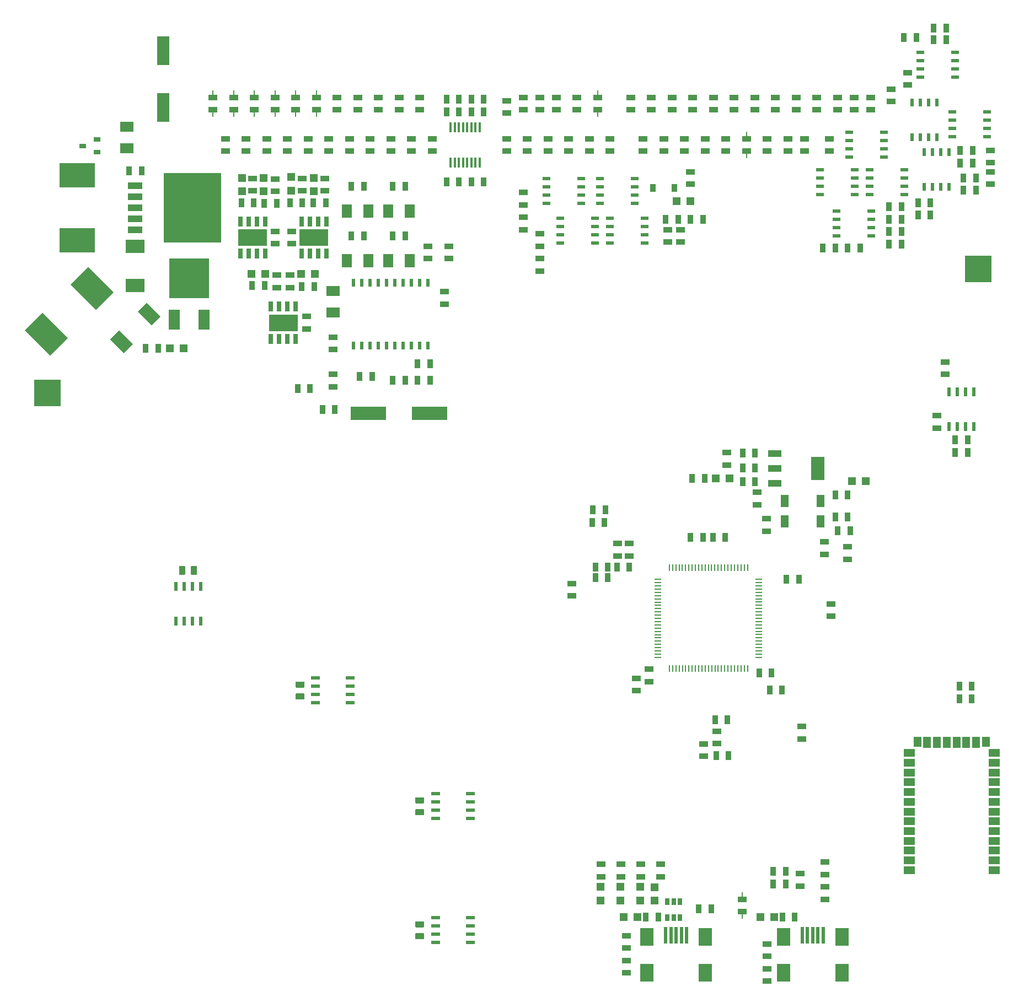
<source format=gtp>
G04 (created by PCBNEW (2013-07-07 BZR 4022)-stable) date 10/09/2014 21:54:22*
%MOIN*%
G04 Gerber Fmt 3.4, Leading zero omitted, Abs format*
%FSLAX34Y34*%
G01*
G70*
G90*
G04 APERTURE LIST*
%ADD10C,0.00393701*%
%ADD11R,0.04X0.01*%
%ADD12R,0.01X0.04*%
%ADD13R,0.0177X0.059*%
%ADD14R,0.055X0.035*%
%ADD15R,0.008X0.06*%
%ADD16R,0.035X0.055*%
%ADD17R,0.0472X0.0472*%
%ADD18R,0.08X0.144*%
%ADD19R,0.08X0.04*%
%ADD20R,0.0275591X0.0393701*%
%ADD21R,0.16X0.16*%
%ADD22R,0.1181X0.0787*%
%ADD23R,0.2165X0.1516*%
%ADD24R,0.09X0.042*%
%ADD25R,0.35X0.42*%
%ADD26R,0.065X0.12*%
%ADD27R,0.24X0.24*%
%ADD28R,0.0748X0.1732*%
%ADD29R,0.08X0.06*%
%ADD30R,0.0394X0.0315*%
%ADD31R,0.06X0.08*%
%ADD32R,0.2165X0.0787*%
%ADD33R,0.02X0.05*%
%ADD34R,0.045X0.02*%
%ADD35R,0.02X0.045*%
%ADD36R,0.038X0.05*%
%ADD37R,0.0236X0.0551*%
%ADD38R,0.175X0.1*%
%ADD39R,0.03X0.06*%
%ADD40R,0.02X0.1*%
%ADD41R,0.0787402X0.11*%
%ADD42R,0.0669X0.0472*%
%ADD43R,0.0472X0.0629*%
%ADD44R,0.0472X0.0669*%
%ADD45R,0.0551X0.0236*%
%ADD46R,0.045X0.025*%
%ADD47R,0.025X0.045*%
%ADD48R,0.0511811X0.0748031*%
G04 APERTURE END LIST*
G54D10*
G54D11*
X87750Y-54274D03*
X87750Y-58994D03*
X87750Y-58794D03*
X87750Y-58604D03*
X87750Y-58404D03*
X87750Y-58204D03*
X87750Y-58014D03*
X87750Y-57814D03*
X87750Y-57614D03*
X87750Y-57424D03*
X87750Y-57224D03*
X87750Y-57024D03*
X87750Y-56824D03*
X87750Y-56634D03*
X87750Y-56434D03*
X87750Y-56234D03*
X87750Y-56044D03*
X87750Y-55844D03*
X87750Y-55644D03*
X87750Y-55454D03*
X87750Y-55254D03*
X87750Y-55054D03*
X87750Y-54864D03*
X87750Y-54664D03*
X87750Y-54464D03*
G54D12*
X87060Y-59684D03*
X82340Y-59684D03*
X82540Y-59684D03*
X82730Y-59684D03*
X82930Y-59684D03*
X83130Y-59684D03*
X83320Y-59684D03*
X83520Y-59684D03*
X83720Y-59684D03*
X83910Y-59684D03*
X84110Y-59684D03*
X84310Y-59684D03*
X84510Y-59684D03*
X84700Y-59684D03*
X84900Y-59684D03*
X85100Y-59684D03*
X85290Y-59684D03*
X85490Y-59684D03*
X85690Y-59684D03*
X85880Y-59684D03*
X86080Y-59684D03*
X86280Y-59684D03*
X86470Y-59684D03*
X86670Y-59684D03*
X86870Y-59684D03*
X87060Y-53584D03*
X86860Y-53584D03*
X86670Y-53584D03*
X86470Y-53584D03*
X86270Y-53584D03*
X86080Y-53584D03*
X85880Y-53584D03*
X85680Y-53584D03*
X85490Y-53584D03*
X85290Y-53584D03*
X85090Y-53584D03*
X84890Y-53584D03*
X84700Y-53584D03*
X84500Y-53584D03*
X84300Y-53584D03*
X84110Y-53584D03*
X83910Y-53584D03*
X83710Y-53584D03*
X83520Y-53584D03*
X83320Y-53584D03*
X83120Y-53584D03*
X82930Y-53584D03*
X82730Y-53584D03*
X82530Y-53584D03*
X82340Y-53584D03*
G54D11*
X81650Y-54274D03*
X81650Y-54474D03*
X81650Y-54664D03*
X81650Y-54864D03*
X81650Y-55064D03*
X81650Y-55254D03*
X81650Y-55454D03*
X81650Y-55654D03*
X81650Y-55844D03*
X81650Y-56044D03*
X81650Y-56244D03*
X81650Y-56444D03*
X81650Y-56634D03*
X81650Y-56834D03*
X81650Y-57034D03*
X81650Y-57224D03*
X81650Y-57424D03*
X81650Y-57624D03*
X81650Y-57814D03*
X81650Y-58014D03*
X81650Y-58214D03*
X81650Y-58404D03*
X81650Y-58604D03*
X81650Y-58804D03*
X81650Y-58994D03*
G54D13*
X69125Y-29059D03*
X69375Y-29059D03*
X69625Y-29059D03*
X69875Y-29059D03*
X70125Y-29059D03*
X70375Y-29059D03*
X70625Y-29059D03*
X70875Y-29059D03*
X70875Y-26941D03*
X70625Y-26941D03*
X70375Y-26941D03*
X70125Y-26941D03*
X69875Y-26941D03*
X69625Y-26941D03*
X69375Y-26941D03*
X69125Y-26941D03*
G54D14*
X78000Y-25875D03*
X78000Y-25125D03*
G54D15*
X78000Y-25000D03*
X78000Y-26000D03*
G54D14*
X61000Y-25875D03*
X61000Y-25125D03*
G54D15*
X61000Y-25000D03*
X61000Y-26000D03*
G54D14*
X59750Y-25875D03*
X59750Y-25125D03*
G54D15*
X59750Y-25000D03*
X59750Y-26000D03*
G54D14*
X58500Y-25875D03*
X58500Y-25125D03*
G54D15*
X58500Y-25000D03*
X58500Y-26000D03*
G54D14*
X57250Y-25875D03*
X57250Y-25125D03*
G54D15*
X57250Y-25000D03*
X57250Y-26000D03*
G54D14*
X54750Y-25875D03*
X54750Y-25125D03*
G54D15*
X54750Y-26000D03*
X54750Y-25000D03*
G54D14*
X56000Y-25875D03*
X56000Y-25125D03*
G54D15*
X56000Y-26000D03*
X56000Y-25000D03*
G54D14*
X87000Y-28375D03*
X87000Y-27625D03*
G54D15*
X87000Y-28500D03*
X87000Y-27500D03*
G54D14*
X75500Y-25875D03*
X75500Y-25125D03*
X77500Y-28375D03*
X77500Y-27625D03*
X76750Y-25875D03*
X76750Y-25125D03*
X78750Y-28375D03*
X78750Y-27625D03*
X80750Y-28375D03*
X80750Y-27625D03*
X80000Y-25875D03*
X80000Y-25125D03*
X82000Y-28375D03*
X82000Y-27625D03*
X81250Y-25875D03*
X81250Y-25125D03*
X83250Y-28375D03*
X83250Y-27625D03*
X82500Y-25875D03*
X82500Y-25125D03*
X84500Y-28375D03*
X84500Y-27625D03*
X83750Y-25875D03*
X83750Y-25125D03*
X85750Y-28375D03*
X85750Y-27625D03*
X85000Y-25875D03*
X85000Y-25125D03*
X76250Y-28375D03*
X76250Y-27625D03*
X86250Y-25875D03*
X86250Y-25125D03*
X88250Y-28375D03*
X88250Y-27625D03*
X87500Y-25875D03*
X87500Y-25125D03*
X89500Y-28375D03*
X89500Y-27625D03*
X88750Y-25875D03*
X88750Y-25125D03*
X90500Y-28375D03*
X90500Y-27625D03*
X90000Y-25875D03*
X90000Y-25125D03*
X92000Y-28375D03*
X92000Y-27625D03*
X91250Y-25875D03*
X91250Y-25125D03*
X93500Y-25875D03*
X93500Y-25125D03*
X92500Y-25875D03*
X92500Y-25125D03*
X95750Y-25375D03*
X95750Y-24625D03*
X94500Y-25875D03*
X94500Y-25125D03*
X96750Y-24375D03*
X96750Y-23625D03*
G54D16*
X97275Y-21500D03*
X96525Y-21500D03*
G54D14*
X65500Y-28375D03*
X65500Y-27625D03*
X56750Y-28375D03*
X56750Y-27625D03*
X58000Y-28375D03*
X58000Y-27625D03*
X59250Y-28375D03*
X59250Y-27625D03*
X60500Y-28375D03*
X60500Y-27625D03*
X61750Y-28375D03*
X61750Y-27625D03*
X63000Y-28375D03*
X63000Y-27625D03*
X62250Y-25875D03*
X62250Y-25125D03*
X64250Y-28375D03*
X64250Y-27625D03*
X63500Y-25875D03*
X63500Y-25125D03*
X55500Y-28375D03*
X55500Y-27625D03*
X64750Y-25875D03*
X64750Y-25125D03*
X66750Y-28375D03*
X66750Y-27625D03*
X66000Y-25875D03*
X66000Y-25125D03*
X68000Y-28375D03*
X68000Y-27625D03*
X67250Y-25875D03*
X67250Y-25125D03*
X72500Y-28375D03*
X72500Y-27625D03*
X72500Y-26075D03*
X72500Y-25325D03*
X90350Y-63934D03*
X90350Y-63184D03*
G54D16*
X84975Y-51734D03*
X85725Y-51734D03*
X84375Y-51734D03*
X83625Y-51734D03*
G54D14*
X84425Y-64984D03*
X84425Y-64234D03*
G54D16*
X77875Y-53534D03*
X78625Y-53534D03*
X77875Y-54184D03*
X78625Y-54184D03*
G54D14*
X79200Y-52109D03*
X79200Y-52859D03*
X79900Y-52109D03*
X79900Y-52859D03*
X87650Y-49759D03*
X87650Y-49009D03*
G54D16*
X78475Y-50084D03*
X77725Y-50084D03*
X83725Y-48184D03*
X84475Y-48184D03*
G54D14*
X81100Y-60459D03*
X81100Y-59709D03*
G54D16*
X88525Y-59934D03*
X87775Y-59934D03*
X90175Y-54284D03*
X89425Y-54284D03*
G54D14*
X80350Y-60259D03*
X80350Y-61009D03*
X93100Y-53059D03*
X93100Y-52309D03*
G54D16*
X88400Y-60959D03*
X89150Y-60959D03*
X86775Y-48384D03*
X87525Y-48384D03*
X87525Y-47534D03*
X86775Y-47534D03*
G54D17*
X85137Y-48184D03*
X85963Y-48184D03*
G54D16*
X78425Y-50834D03*
X77675Y-50834D03*
X85100Y-62759D03*
X85850Y-62759D03*
G54D14*
X85200Y-64209D03*
X85200Y-63459D03*
G54D16*
X85175Y-64934D03*
X85925Y-64934D03*
G54D14*
X92125Y-55759D03*
X92125Y-56509D03*
X76450Y-54525D03*
X76450Y-55275D03*
X78200Y-72259D03*
X78200Y-71509D03*
X79400Y-72259D03*
X79400Y-71509D03*
X80600Y-72259D03*
X80600Y-71509D03*
X81800Y-72259D03*
X81800Y-71509D03*
G54D16*
X79925Y-53534D03*
X79175Y-53534D03*
G54D14*
X85800Y-47359D03*
X85800Y-46609D03*
G54D16*
X80925Y-74700D03*
X81675Y-74700D03*
X93125Y-49184D03*
X92375Y-49184D03*
G54D18*
X91300Y-47584D03*
G54D19*
X88700Y-47584D03*
X88700Y-48484D03*
X88700Y-46684D03*
G54D14*
X79750Y-76575D03*
X79750Y-75825D03*
X79750Y-77325D03*
X79750Y-78075D03*
X91700Y-52759D03*
X91700Y-52009D03*
X88200Y-51359D03*
X88200Y-50609D03*
G54D20*
X82974Y-73777D03*
X82600Y-73777D03*
X82225Y-73777D03*
X82225Y-74722D03*
X82600Y-74722D03*
X82974Y-74722D03*
G54D21*
X101000Y-35500D03*
G54D17*
X80590Y-72871D03*
X80590Y-73697D03*
X78190Y-72871D03*
X78190Y-73697D03*
X79390Y-72871D03*
X79390Y-73697D03*
X81450Y-72887D03*
X81450Y-73713D03*
X80413Y-74700D03*
X79587Y-74700D03*
X93377Y-48324D03*
X94203Y-48324D03*
G54D16*
X84125Y-74200D03*
X84875Y-74200D03*
X86775Y-46624D03*
X87525Y-46624D03*
X92515Y-51324D03*
X93265Y-51324D03*
X92375Y-50504D03*
X93125Y-50504D03*
X69625Y-26000D03*
X68875Y-26000D03*
X71125Y-26000D03*
X70375Y-26000D03*
X69625Y-25250D03*
X68875Y-25250D03*
X71125Y-25250D03*
X70375Y-25250D03*
X68875Y-30250D03*
X69625Y-30250D03*
X70375Y-30250D03*
X71125Y-30250D03*
G54D22*
X50056Y-36491D03*
X50056Y-34129D03*
G54D10*
G36*
X49360Y-40590D02*
X48525Y-39755D01*
X49081Y-39199D01*
X49916Y-40034D01*
X49360Y-40590D01*
X49360Y-40590D01*
G37*
G36*
X51030Y-38920D02*
X50195Y-38085D01*
X50751Y-37529D01*
X51586Y-38364D01*
X51030Y-38920D01*
X51030Y-38920D01*
G37*
G54D23*
X46556Y-29851D03*
X46556Y-33769D03*
G54D10*
G36*
X47211Y-35373D02*
X48742Y-36904D01*
X47670Y-37976D01*
X46139Y-36445D01*
X47211Y-35373D01*
X47211Y-35373D01*
G37*
G36*
X44441Y-38143D02*
X45972Y-39674D01*
X44900Y-40746D01*
X43369Y-39215D01*
X44441Y-38143D01*
X44441Y-38143D01*
G37*
G54D16*
X50681Y-40310D03*
X51431Y-40310D03*
G54D17*
X52143Y-40310D03*
X52969Y-40310D03*
G54D24*
X50056Y-30470D03*
G54D25*
X53506Y-31810D03*
G54D24*
X50056Y-31810D03*
X50056Y-31140D03*
X50056Y-32480D03*
X50056Y-33150D03*
G54D26*
X52406Y-38560D03*
G54D27*
X53306Y-36060D03*
G54D26*
X54206Y-38560D03*
G54D28*
X51750Y-25732D03*
X51750Y-22307D03*
G54D16*
X49681Y-29560D03*
X50431Y-29560D03*
G54D29*
X49556Y-28210D03*
X49556Y-26910D03*
G54D30*
X46873Y-28060D03*
X47739Y-27685D03*
X47739Y-28435D03*
G54D29*
X62000Y-38150D03*
X62000Y-36850D03*
G54D31*
X65350Y-35000D03*
X66650Y-35000D03*
X64150Y-35000D03*
X62850Y-35000D03*
X62850Y-32000D03*
X64150Y-32000D03*
X66650Y-32000D03*
X65350Y-32000D03*
G54D16*
X67875Y-42250D03*
X67125Y-42250D03*
X65625Y-42250D03*
X66375Y-42250D03*
G54D32*
X64150Y-44250D03*
X67850Y-44250D03*
G54D33*
X67750Y-36350D03*
X67250Y-36350D03*
X66750Y-36350D03*
X66250Y-36350D03*
X65750Y-36350D03*
X65250Y-36350D03*
X64750Y-36350D03*
X64250Y-36350D03*
X63750Y-36350D03*
X63250Y-36350D03*
X63250Y-40150D03*
X63750Y-40150D03*
X64250Y-40150D03*
X64750Y-40150D03*
X65250Y-40150D03*
X65750Y-40150D03*
X66250Y-40150D03*
X66750Y-40150D03*
X67250Y-40150D03*
X67750Y-40150D03*
G54D14*
X88250Y-76325D03*
X88250Y-77075D03*
G54D16*
X88625Y-71950D03*
X89375Y-71950D03*
X89375Y-72700D03*
X88625Y-72700D03*
G54D14*
X90250Y-72075D03*
X90250Y-72825D03*
X88250Y-77825D03*
X88250Y-78575D03*
G54D16*
X89925Y-74700D03*
X89175Y-74700D03*
X100625Y-60750D03*
X99875Y-60750D03*
X99875Y-61500D03*
X100625Y-61500D03*
G54D17*
X88663Y-74700D03*
X87837Y-74700D03*
G54D14*
X83000Y-33125D03*
X83000Y-33875D03*
G54D16*
X83625Y-32500D03*
X84375Y-32500D03*
G54D14*
X73500Y-32375D03*
X73500Y-33125D03*
X74500Y-34875D03*
X74500Y-35625D03*
G54D16*
X95625Y-34000D03*
X96375Y-34000D03*
X92375Y-34250D03*
X91625Y-34250D03*
X96375Y-33250D03*
X95625Y-33250D03*
X93875Y-34250D03*
X93125Y-34250D03*
G54D14*
X73500Y-30875D03*
X73500Y-31625D03*
X74500Y-33375D03*
X74500Y-34125D03*
G54D16*
X82125Y-32500D03*
X82875Y-32500D03*
G54D14*
X82250Y-33875D03*
X82250Y-33125D03*
G54D34*
X92450Y-33500D03*
X94550Y-33500D03*
X92450Y-33000D03*
X92450Y-32500D03*
X92450Y-32000D03*
X94550Y-33000D03*
X94550Y-32500D03*
X94550Y-32000D03*
X91450Y-31000D03*
X93550Y-31000D03*
X91450Y-30500D03*
X91450Y-30000D03*
X91450Y-29500D03*
X93550Y-30500D03*
X93550Y-30000D03*
X93550Y-29500D03*
X77000Y-30050D03*
X74900Y-30050D03*
X77000Y-30550D03*
X77000Y-31050D03*
X77000Y-31550D03*
X74900Y-30550D03*
X74900Y-31050D03*
X74900Y-31550D03*
X78150Y-31550D03*
X80250Y-31550D03*
X78150Y-31050D03*
X78150Y-30550D03*
X78150Y-30050D03*
X80250Y-31050D03*
X80250Y-30550D03*
X80250Y-30050D03*
X78750Y-33950D03*
X80850Y-33950D03*
X78750Y-33450D03*
X78750Y-32950D03*
X78750Y-32450D03*
X80850Y-33450D03*
X80850Y-32950D03*
X80850Y-32450D03*
X77850Y-32450D03*
X75750Y-32450D03*
X77850Y-32950D03*
X77850Y-33450D03*
X77850Y-33950D03*
X75750Y-32950D03*
X75750Y-33450D03*
X75750Y-33950D03*
G54D35*
X97000Y-25450D03*
X97000Y-27550D03*
X97500Y-25450D03*
X98000Y-25450D03*
X98500Y-25450D03*
X97500Y-27550D03*
X98000Y-27550D03*
X98500Y-27550D03*
G54D34*
X97500Y-23900D03*
X99600Y-23900D03*
X97500Y-23400D03*
X97500Y-22900D03*
X97500Y-22400D03*
X99600Y-23400D03*
X99600Y-22900D03*
X99600Y-22400D03*
X99450Y-27500D03*
X101550Y-27500D03*
X99450Y-27000D03*
X99450Y-26500D03*
X99450Y-26000D03*
X101550Y-27000D03*
X101550Y-26500D03*
X101550Y-26000D03*
G54D35*
X97750Y-28450D03*
X97750Y-30550D03*
X98250Y-28450D03*
X98750Y-28450D03*
X99250Y-28450D03*
X98250Y-30550D03*
X98750Y-30550D03*
X99250Y-30550D03*
G54D34*
X94450Y-31000D03*
X96550Y-31000D03*
X94450Y-30500D03*
X94450Y-30000D03*
X94450Y-29500D03*
X96550Y-30500D03*
X96550Y-30000D03*
X96550Y-29500D03*
X93200Y-28750D03*
X95300Y-28750D03*
X93200Y-28250D03*
X93200Y-27750D03*
X93200Y-27250D03*
X95300Y-28250D03*
X95300Y-27750D03*
X95300Y-27250D03*
G54D16*
X99075Y-20950D03*
X98325Y-20950D03*
G54D14*
X101750Y-28325D03*
X101750Y-29075D03*
G54D16*
X100675Y-28350D03*
X99925Y-28350D03*
X100875Y-30000D03*
X100125Y-30000D03*
X98125Y-31500D03*
X97375Y-31500D03*
X96375Y-31750D03*
X95625Y-31750D03*
G54D36*
X82640Y-30610D03*
X81350Y-30610D03*
G54D14*
X83600Y-29625D03*
X83600Y-30375D03*
G54D16*
X97375Y-32250D03*
X98125Y-32250D03*
X95625Y-32500D03*
X96375Y-32500D03*
X99925Y-29100D03*
X100675Y-29100D03*
X100125Y-30750D03*
X100875Y-30750D03*
G54D14*
X101750Y-29625D03*
X101750Y-30375D03*
G54D16*
X98325Y-21650D03*
X99075Y-21650D03*
G54D17*
X83613Y-31400D03*
X82787Y-31400D03*
G54D16*
X99625Y-46600D03*
X100375Y-46600D03*
X100375Y-45850D03*
X99625Y-45850D03*
G54D14*
X98500Y-44375D03*
X98500Y-45125D03*
G54D37*
X99250Y-42950D03*
X99250Y-45050D03*
X99750Y-42950D03*
X100250Y-42950D03*
X100750Y-42950D03*
X99750Y-45050D03*
X100250Y-45050D03*
X100750Y-45050D03*
G54D14*
X99000Y-41125D03*
X99000Y-41875D03*
G54D38*
X59000Y-38755D03*
G54D39*
X59750Y-37780D03*
X59250Y-37780D03*
X58750Y-37780D03*
X58250Y-37780D03*
X59750Y-39730D03*
X59250Y-39730D03*
X58750Y-39730D03*
X58250Y-39730D03*
G54D38*
X60850Y-33605D03*
G54D39*
X61600Y-32630D03*
X61100Y-32630D03*
X60600Y-32630D03*
X60100Y-32630D03*
X61600Y-34580D03*
X61100Y-34580D03*
X60600Y-34580D03*
X60100Y-34580D03*
G54D38*
X57150Y-33605D03*
G54D39*
X57900Y-32630D03*
X57400Y-32630D03*
X56900Y-32630D03*
X56400Y-32630D03*
X57900Y-34580D03*
X57400Y-34580D03*
X56900Y-34580D03*
X56400Y-34580D03*
G54D16*
X60875Y-36555D03*
X60125Y-36555D03*
G54D14*
X59400Y-35880D03*
X59400Y-36630D03*
G54D16*
X59400Y-31505D03*
X60150Y-31505D03*
X57850Y-31530D03*
X58600Y-31530D03*
G54D14*
X58500Y-30055D03*
X58500Y-30805D03*
X59500Y-33980D03*
X59500Y-33230D03*
X57150Y-30030D03*
X57150Y-30780D03*
G54D16*
X56475Y-31505D03*
X57225Y-31505D03*
G54D14*
X58600Y-35880D03*
X58600Y-36630D03*
G54D16*
X57125Y-36505D03*
X57875Y-36505D03*
G54D14*
X58500Y-33980D03*
X58500Y-33230D03*
X60150Y-30030D03*
X60150Y-30780D03*
X60400Y-39130D03*
X60400Y-38380D03*
X61500Y-30030D03*
X61500Y-30780D03*
G54D16*
X60825Y-31505D03*
X61575Y-31505D03*
G54D17*
X60913Y-35805D03*
X60087Y-35805D03*
X59475Y-30768D03*
X59475Y-29942D03*
X57825Y-30818D03*
X57825Y-29992D03*
X56500Y-30818D03*
X56500Y-29992D03*
X60850Y-30818D03*
X60850Y-29992D03*
X57087Y-35805D03*
X57913Y-35805D03*
G54D14*
X74500Y-25875D03*
X74500Y-25125D03*
X75000Y-28375D03*
X75000Y-27625D03*
X73500Y-25875D03*
X73500Y-25125D03*
X73750Y-28375D03*
X73750Y-27625D03*
G54D40*
X82120Y-75800D03*
X82435Y-75800D03*
X82750Y-75800D03*
X83064Y-75800D03*
X83379Y-75800D03*
G54D41*
X80978Y-78081D03*
X84521Y-78081D03*
X80978Y-75915D03*
X84521Y-75915D03*
G54D40*
X90370Y-75800D03*
X90685Y-75800D03*
X91000Y-75800D03*
X91314Y-75800D03*
X91629Y-75800D03*
G54D41*
X89228Y-78081D03*
X92771Y-78081D03*
X89228Y-75915D03*
X92771Y-75915D03*
G54D42*
X101959Y-65957D03*
X101959Y-65366D03*
X101959Y-64776D03*
X101959Y-66547D03*
X101959Y-67138D03*
X101959Y-67728D03*
X101959Y-68319D03*
X101959Y-68909D03*
X101959Y-69500D03*
X101959Y-70091D03*
X101959Y-70681D03*
X101959Y-71272D03*
X101959Y-71862D03*
G54D43*
X101467Y-64108D03*
G54D44*
X100875Y-64126D03*
X100285Y-64126D03*
X99695Y-64126D03*
X99105Y-64126D03*
X98515Y-64126D03*
X97925Y-64126D03*
G54D43*
X97335Y-64107D03*
G54D42*
X96841Y-64776D03*
X96841Y-65366D03*
X96841Y-65958D03*
X96841Y-66547D03*
X96841Y-67138D03*
X96841Y-67728D03*
X96841Y-68319D03*
X96841Y-68909D03*
X96841Y-69500D03*
X96841Y-70091D03*
X96841Y-70681D03*
X96841Y-71272D03*
X96841Y-71862D03*
G54D45*
X70300Y-74750D03*
X68200Y-74750D03*
X70300Y-75250D03*
X70300Y-75750D03*
X70300Y-76250D03*
X68200Y-75250D03*
X68200Y-75750D03*
X68200Y-76250D03*
G54D14*
X67250Y-75125D03*
X67250Y-75875D03*
G54D46*
X67250Y-75200D03*
X67250Y-75800D03*
G54D45*
X70300Y-67250D03*
X68200Y-67250D03*
X70300Y-67750D03*
X70300Y-68250D03*
X70300Y-68750D03*
X68200Y-67750D03*
X68200Y-68250D03*
X68200Y-68750D03*
G54D14*
X67250Y-67625D03*
X67250Y-68375D03*
G54D46*
X67250Y-67700D03*
X67250Y-68300D03*
G54D45*
X63050Y-60250D03*
X60950Y-60250D03*
X63050Y-60750D03*
X63050Y-61250D03*
X63050Y-61750D03*
X60950Y-60750D03*
X60950Y-61250D03*
X60950Y-61750D03*
G54D14*
X60000Y-60625D03*
X60000Y-61375D03*
G54D46*
X60000Y-60700D03*
X60000Y-61300D03*
G54D37*
X54000Y-56800D03*
X54000Y-54700D03*
X53500Y-56800D03*
X53000Y-56800D03*
X52500Y-56800D03*
X53500Y-54700D03*
X53000Y-54700D03*
X52500Y-54700D03*
G54D16*
X53625Y-53750D03*
X52875Y-53750D03*
G54D47*
X53550Y-53750D03*
X52950Y-53750D03*
G54D48*
X89317Y-50779D03*
X91482Y-50779D03*
X91482Y-49520D03*
X89317Y-49520D03*
G54D21*
X44750Y-43000D03*
G54D15*
X86750Y-73500D03*
G54D14*
X86750Y-74375D03*
X86750Y-73625D03*
G54D15*
X86750Y-74500D03*
G54D14*
X68750Y-37625D03*
X68750Y-36875D03*
X67750Y-34125D03*
X67750Y-34875D03*
X62000Y-42625D03*
X62000Y-41875D03*
X69000Y-34125D03*
X69000Y-34875D03*
G54D16*
X67875Y-41250D03*
X67125Y-41250D03*
G54D14*
X62000Y-40375D03*
X62000Y-39625D03*
G54D16*
X65625Y-33500D03*
X66375Y-33500D03*
X63125Y-30500D03*
X63875Y-30500D03*
X66375Y-30500D03*
X65625Y-30500D03*
X62125Y-44000D03*
X61375Y-44000D03*
X60625Y-42750D03*
X59875Y-42750D03*
X63875Y-33500D03*
X63125Y-33500D03*
X63625Y-42000D03*
X64375Y-42000D03*
G54D14*
X91750Y-71375D03*
X91750Y-72125D03*
X91750Y-72875D03*
X91750Y-73625D03*
M02*

</source>
